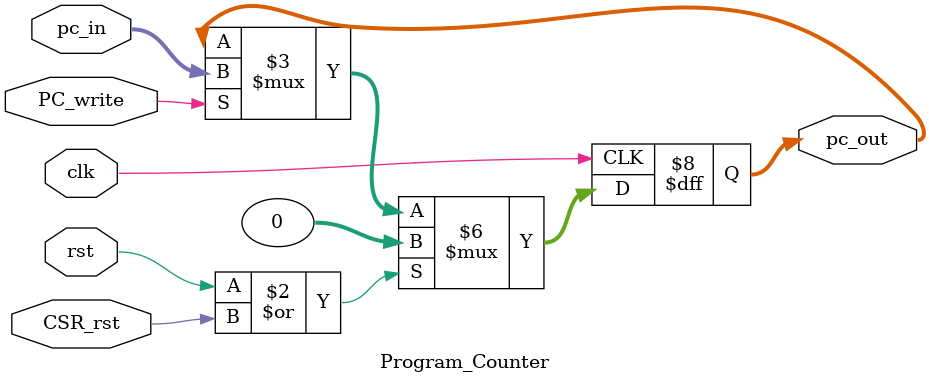
<source format=sv>
module Program_Counter (
    input rst,
    input clk,
    input [31:0] pc_in,
    input PC_write,

    output reg [31:0] pc_out,

	input CSR_rst
);
    always_ff @(posedge clk) begin
        if(rst | CSR_rst) begin
            pc_out <= 32'b0;
        end
        else if(PC_write)   pc_out <= pc_in;
    end
endmodule

</source>
